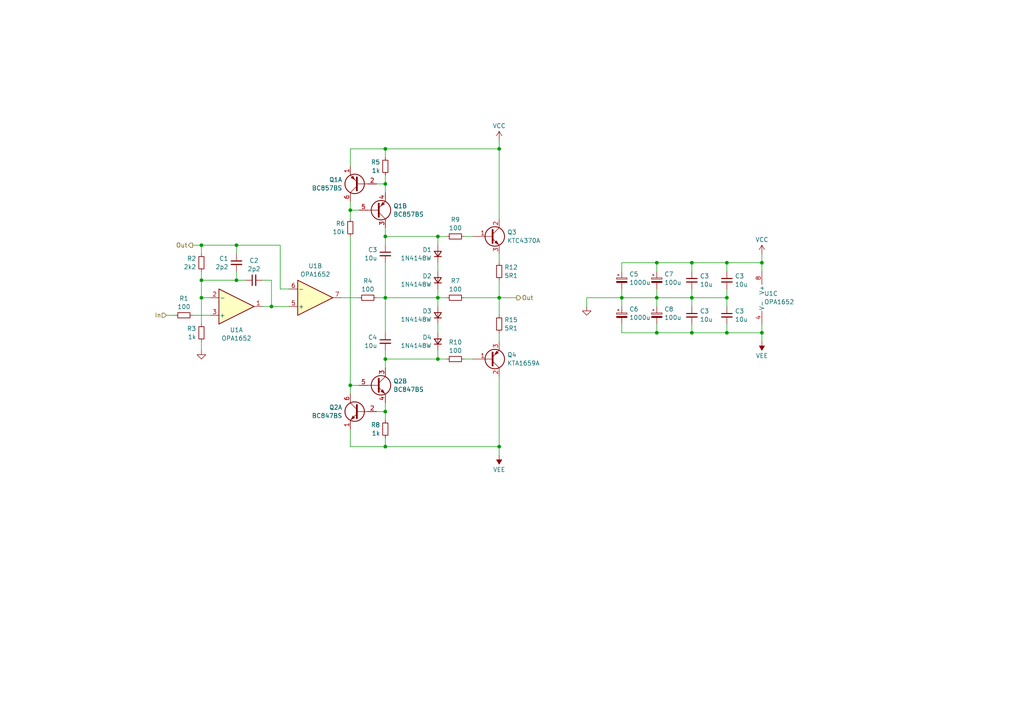
<source format=kicad_sch>
(kicad_sch (version 20230121) (generator eeschema)
  (paper "A4")
  (lib_symbols
    (symbol "Amplifier_Operational:OPA1612AxD" (pin_names (offset 0.127))
      (property "Reference" "U" (at 0 5.08 0))
      (property "Value" "OPA1612AxD" (at 0 -5.08 0))
      (symbol "OPA1612AxD_1_1"
        (polyline (pts (xy -5.08 5.08) (xy 5.08 0) (xy -5.08 -5.08) (xy -5.08 5.08)) (stroke (width 0.254)) (fill (type background)))
        (pin output line (at 7.62 0 180) (length 2.54) (name "~") (number "1"))
        (pin input line (at -7.62 -2.54 0) (length 2.54) (name "-") (number "2"))
        (pin input line (at -7.62 2.54 0) (length 2.54) (name "+") (number "3"))
      )
      (symbol "OPA1612AxD_2_1"
        (polyline (pts (xy -5.08 5.08) (xy 5.08 0) (xy -5.08 -5.08) (xy -5.08 5.08)) (stroke (width 0.254)) (fill (type background)))
        (pin input line (at -7.62 2.54 0) (length 2.54) (name "+") (number "5"))
        (pin input line (at -7.62 -2.54 0) (length 2.54) (name "-") (number "6"))
        (pin output line (at 7.62 0 180) (length 2.54) (name "~") (number "7"))
      )
      (symbol "OPA1612AxD_3_1"
        (pin power_in line (at -2.54 -7.62 90) (length 3.81) (name "V-") (number "4"))
        (pin power_in line (at -2.54 7.62 270) (length 3.81) (name "V+") (number "8"))
      )
    )
    (symbol "Device:C_Polarized_Small" (pin_numbers hide) (pin_names (offset 0.254) hide)
      (property "Reference" "C" (at 0.254 1.778 0))
      (property "Value" "C_Polarized_Small" (at 0.254 -2.032 0))
      (symbol "C_Polarized_Small_0_1"
        (rectangle (start -1.524 -0.3048) (end 1.524 -0.6858) (fill (type outline)))
        (rectangle (start -1.524 0.6858) (end 1.524 0.3048))
        (polyline (pts (xy -1.27 1.524) (xy -0.762 1.524)))
        (polyline (pts (xy -1.016 1.27) (xy -1.016 1.778)))
      )
      (symbol "C_Polarized_Small_1_1"
        (pin passive line (at 0 2.54 270) (length 1.8542) (name "~") (number "1"))
        (pin passive line (at 0 -2.54 90) (length 1.8542) (name "~") (number "2"))
      )
    )
    (symbol "Device:C_Small" (pin_numbers hide) (pin_names (offset 0.254) hide)
      (property "Reference" "C" (at 0.254 1.778 0))
      (property "Value" "C_Small" (at 0.254 -2.032 0))
      (symbol "C_Small_0_1"
        (polyline (pts (xy -1.524 -0.508) (xy 1.524 -0.508)) (stroke (width 0.3302)))
        (polyline (pts (xy -1.524 0.508) (xy 1.524 0.508)) (stroke (width 0.3048)))
      )
      (symbol "C_Small_1_1"
        (pin passive line (at 0 2.54 270) (length 2.032) (name "~") (number "1"))
        (pin passive line (at 0 -2.54 90) (length 2.032) (name "~") (number "2"))
      )
    )
    (symbol "Device:D_Small" (pin_numbers hide) (pin_names (offset 0.254) hide)
      (property "Reference" "D" (at -1.27 2.032 0))
      (property "Value" "D_Small" (at -3.81 -2.032 0))
      (symbol "D_Small_0_1"
        (polyline (pts (xy -0.762 -1.016) (xy -0.762 1.016)) (stroke (width 0.254)))
        (polyline (pts (xy -0.762 0) (xy 0.762 0)))
        (polyline (pts (xy 0.762 -1.016) (xy -0.762 0) (xy 0.762 1.016) (xy 0.762 -1.016)) (stroke (width 0.254)))
      )
      (symbol "D_Small_1_1"
        (pin passive line (at -2.54 0 0) (length 1.778) (name "K") (number "1"))
        (pin passive line (at 2.54 0 180) (length 1.778) (name "A") (number "2"))
      )
    )
    (symbol "Device:Q_NPN_BCE" (pin_names (offset 0) hide)
      (property "Reference" "Q" (at 5.08 1.27 0))
      (property "Value" "Q_NPN_BCE" (at 5.08 -1.27 0))
      (symbol "Q_NPN_BCE_0_1"
        (polyline (pts (xy 0.635 0.635) (xy 2.54 2.54)))
        (polyline (pts (xy 0.635 -0.635) (xy 2.54 -2.54) (xy 2.54 -2.54)))
        (polyline (pts (xy 0.635 1.905) (xy 0.635 -1.905) (xy 0.635 -1.905)) (stroke (width 0.508)))
        (polyline (pts (xy 1.27 -1.778) (xy 1.778 -1.27) (xy 2.286 -2.286) (xy 1.27 -1.778) (xy 1.27 -1.778)) (fill (type outline)))
        (circle (center 1.27 0) (radius 2.8194) (stroke (width 0.254)))
      )
      (symbol "Q_NPN_BCE_1_1"
        (pin input line (at -5.08 0 0) (length 5.715) (name "B") (number "1"))
        (pin passive line (at 2.54 5.08 270) (length 2.54) (name "C") (number "2"))
        (pin passive line (at 2.54 -5.08 90) (length 2.54) (name "E") (number "3"))
      )
    )
    (symbol "Device:Q_PNP_BCE" (pin_names (offset 0) hide)
      (property "Reference" "Q" (at 5.08 1.27 0))
      (property "Value" "Q_PNP_BCE" (at 5.08 -1.27 0))
      (symbol "Q_PNP_BCE_0_1"
        (polyline (pts (xy 0.635 0.635) (xy 2.54 2.54)))
        (polyline (pts (xy 0.635 -0.635) (xy 2.54 -2.54) (xy 2.54 -2.54)))
        (polyline (pts (xy 0.635 1.905) (xy 0.635 -1.905) (xy 0.635 -1.905)) (stroke (width 0.508)))
        (polyline (pts (xy 2.286 -1.778) (xy 1.778 -2.286) (xy 1.27 -1.27) (xy 2.286 -1.778) (xy 2.286 -1.778)) (fill (type outline)))
        (circle (center 1.27 0) (radius 2.8194) (stroke (width 0.254)))
      )
      (symbol "Q_PNP_BCE_1_1"
        (pin input line (at -5.08 0 0) (length 5.715) (name "B") (number "1"))
        (pin passive line (at 2.54 5.08 270) (length 2.54) (name "C") (number "2"))
        (pin passive line (at 2.54 -5.08 90) (length 2.54) (name "E") (number "3"))
      )
    )
    (symbol "Device:R_Small" (pin_numbers hide) (pin_names (offset 0.254) hide)
      (property "Reference" "R" (at 0.762 0.508 0))
      (property "Value" "R_Small" (at 0.762 -1.016 0))
      (symbol "R_Small_0_1"
        (rectangle (start -0.762 1.778) (end 0.762 -1.778) (stroke (width 0.2032)))
      )
      (symbol "R_Small_1_1"
        (pin passive line (at 0 2.54 270) (length 0.762) (name "~") (number "1"))
        (pin passive line (at 0 -2.54 90) (length 0.762) (name "~") (number "2"))
      )
    )
    (symbol "Transistor_BJT:BC847BS" (pin_names (offset 0) hide)
      (property "Reference" "Q" (at 5.08 1.27 0))
      (property "Value" "BC847BS" (at 5.08 -1.27 0))
      (symbol "BC847BS_0_1"
        (polyline (pts (xy 0.635 0) (xy -2.54 0)))
        (polyline (pts (xy 0.635 0.635) (xy 2.54 2.54)))
        (polyline (pts (xy 0.635 -0.635) (xy 2.54 -2.54) (xy 2.54 -2.54)))
        (polyline (pts (xy 0.635 1.905) (xy 0.635 -1.905) (xy 0.635 -1.905)) (stroke (width 0.508)))
        (polyline (pts (xy 1.27 -1.778) (xy 1.778 -1.27) (xy 2.286 -2.286) (xy 1.27 -1.778) (xy 1.27 -1.778)) (fill (type outline)))
        (circle (center 1.27 0) (radius 2.8194) (stroke (width 0.254)))
      )
      (symbol "BC847BS_1_1"
        (pin passive line (at 2.54 -5.08 90) (length 2.54) (name "E1") (number "1"))
        (pin input line (at -5.08 0 0) (length 2.54) (name "B1") (number "2"))
        (pin passive line (at 2.54 5.08 270) (length 2.54) (name "C1") (number "6"))
      )
      (symbol "BC847BS_2_1"
        (pin passive line (at 2.54 5.08 270) (length 2.54) (name "C2") (number "3"))
        (pin passive line (at 2.54 -5.08 90) (length 2.54) (name "E2") (number "4"))
        (pin input line (at -5.08 0 0) (length 2.54) (name "B2") (number "5"))
      )
    )
    (symbol "Transistor_BJT:BC857BS" (pin_names (offset 0) hide)
      (property "Reference" "Q" (at 5.08 1.27 0))
      (property "Value" "BC857BS" (at 5.08 -1.27 0))
      (symbol "BC857BS_0_1"
        (polyline (pts (xy 0.635 0) (xy -2.54 0)))
        (polyline (pts (xy 0.635 0.635) (xy 2.54 2.54)))
        (polyline (pts (xy 0.635 -0.635) (xy 2.54 -2.54) (xy 2.54 -2.54)))
        (polyline (pts (xy 0.635 1.905) (xy 0.635 -1.905) (xy 0.635 -1.905)) (stroke (width 0.508)))
        (polyline (pts (xy 2.286 -1.778) (xy 1.778 -2.286) (xy 1.27 -1.27) (xy 2.286 -1.778) (xy 2.286 -1.778)) (fill (type outline)))
        (circle (center 1.27 0) (radius 2.8194) (stroke (width 0.254)))
      )
      (symbol "BC857BS_1_1"
        (pin passive line (at 2.54 -5.08 90) (length 2.54) (name "E1") (number "1"))
        (pin input line (at -5.08 0 0) (length 2.54) (name "B1") (number "2"))
        (pin passive line (at 2.54 5.08 270) (length 2.54) (name "C1") (number "6"))
      )
      (symbol "BC857BS_2_1"
        (pin passive line (at 2.54 5.08 270) (length 2.54) (name "C2") (number "3"))
        (pin passive line (at 2.54 -5.08 90) (length 2.54) (name "E2") (number "4"))
        (pin input line (at -5.08 0 0) (length 2.54) (name "B2") (number "5"))
      )
    )
    (symbol "power:GND" (power) (pin_names (offset 0))
      (property "Value" "GND" (at 0 -3.81 0))
      (symbol "GND_0_1"
        (polyline (pts (xy 0 0) (xy 0 -1.27) (xy 1.27 -1.27) (xy 0 -2.54) (xy -1.27 -1.27) (xy 0 -1.27)))
      )
      (symbol "GND_1_1"
        (pin power_in line (at 0 0 270) (length 0) hide (name "GND") (number "1"))
      )
    )
    (symbol "power:VCC" (power) (pin_names (offset 0))
      (property "Value" "VCC" (at 0 3.81 0))
      (symbol "VCC_0_1"
        (polyline (pts (xy -0.762 1.27) (xy 0 2.54)))
        (polyline (pts (xy 0 0) (xy 0 2.54)))
        (polyline (pts (xy 0 2.54) (xy 0.762 1.27)))
      )
      (symbol "VCC_1_1"
        (pin power_in line (at 0 0 90) (length 0) hide (name "VCC") (number "1"))
      )
    )
    (symbol "power:VEE" (power) (pin_names (offset 0))
      (property "Value" "VEE" (at 0 3.81 0))
      (symbol "VEE_0_1"
        (polyline (pts (xy 0 0) (xy 0 2.54)))
        (polyline (pts (xy 0.762 1.27) (xy -0.762 1.27) (xy 0 2.54) (xy 0.762 1.27)) (fill (type outline)))
      )
      (symbol "VEE_1_1"
        (pin power_in line (at 0 0 90) (length 0) hide (name "VEE") (number "1"))
      )
    )
  )
  (junction (at 127 86.36))
  (junction (at 127 104.14))
  (junction (at 78.74 88.9))
  (junction (at 111.76 104.14))
  (junction (at 111.76 129.54))
  (junction (at 210.82 96.52))
  (junction (at 200.66 86.36))
  (junction (at 220.98 96.52))
  (junction (at 127 68.58))
  (junction (at 190.5 96.52))
  (junction (at 200.66 76.2))
  (junction (at 220.98 76.2))
  (junction (at 190.5 86.36))
  (junction (at 58.42 86.36))
  (junction (at 111.76 86.36))
  (junction (at 111.76 43.18))
  (junction (at 144.78 86.36))
  (junction (at 144.78 129.54))
  (junction (at 144.78 43.18))
  (junction (at 101.6 60.96))
  (junction (at 68.58 81.28))
  (junction (at 111.76 119.38))
  (junction (at 111.76 53.34))
  (junction (at 101.6 111.76))
  (junction (at 200.66 96.52))
  (junction (at 68.58 71.12))
  (junction (at 58.42 71.12))
  (junction (at 58.42 81.28))
  (junction (at 210.82 86.36))
  (junction (at 210.82 76.2))
  (junction (at 111.76 68.58))
  (junction (at 180.34 86.36))
  (junction (at 190.5 76.2))
  (wire (pts (xy 210.82 76.2) (xy 200.66 76.2)))
  (wire (pts (xy 180.34 76.2) (xy 190.5 76.2)))
  (wire (pts (xy 180.34 86.36) (xy 190.5 86.36)))
  (wire (pts (xy 111.76 104.14) (xy 111.76 106.68)))
  (wire (pts (xy 76.2 81.28) (xy 78.74 81.28)))
  (wire (pts (xy 144.78 109.22) (xy 144.78 129.54)))
  (wire (pts (xy 210.82 96.52) (xy 220.98 96.52)))
  (wire (pts (xy 104.14 111.76) (xy 101.6 111.76)))
  (wire (pts (xy 111.76 119.38) (xy 111.76 121.92)))
  (wire (pts (xy 137.16 104.14) (xy 134.62 104.14)))
  (wire (pts (xy 190.5 76.2) (xy 190.5 78.74)))
  (wire (pts (xy 220.98 73.66) (xy 220.98 76.2)))
  (wire (pts (xy 190.5 93.98) (xy 190.5 96.52)))
  (wire (pts (xy 144.78 86.36) (xy 149.86 86.36)))
  (wire (pts (xy 81.28 83.82) (xy 81.28 71.12)))
  (wire (pts (xy 58.42 86.36) (xy 60.96 86.36)))
  (wire (pts (xy 144.78 86.36) (xy 134.62 86.36)))
  (wire (pts (xy 180.34 96.52) (xy 190.5 96.52)))
  (wire (pts (xy 127 104.14) (xy 127 101.6)))
  (wire (pts (xy 170.18 86.36) (xy 180.34 86.36)))
  (wire (pts (xy 144.78 129.54) (xy 111.76 129.54)))
  (wire (pts (xy 144.78 73.66) (xy 144.78 76.2)))
  (wire (pts (xy 101.6 111.76) (xy 101.6 114.3)))
  (wire (pts (xy 111.76 68.58) (xy 111.76 71.12)))
  (wire (pts (xy 144.78 63.5) (xy 144.78 43.18)))
  (wire (pts (xy 190.5 96.52) (xy 200.66 96.52)))
  (wire (pts (xy 190.5 86.36) (xy 200.66 86.36)))
  (wire (pts (xy 220.98 76.2) (xy 210.82 76.2)))
  (wire (pts (xy 104.14 86.36) (xy 99.06 86.36)))
  (wire (pts (xy 210.82 86.36) (xy 210.82 88.9)))
  (wire (pts (xy 111.76 86.36) (xy 111.76 96.52)))
  (wire (pts (xy 101.6 124.46) (xy 101.6 129.54)))
  (wire (pts (xy 111.76 66.04) (xy 111.76 68.58)))
  (wire (pts (xy 58.42 101.6) (xy 58.42 99.06)))
  (wire (pts (xy 78.74 81.28) (xy 78.74 88.9)))
  (wire (pts (xy 101.6 58.42) (xy 101.6 60.96)))
  (wire (pts (xy 111.76 104.14) (xy 127 104.14)))
  (wire (pts (xy 127 86.36) (xy 127 88.9)))
  (wire (pts (xy 200.66 76.2) (xy 200.66 78.74)))
  (wire (pts (xy 111.76 43.18) (xy 111.76 45.72)))
  (wire (pts (xy 210.82 93.98) (xy 210.82 96.52)))
  (wire (pts (xy 68.58 71.12) (xy 58.42 71.12)))
  (wire (pts (xy 55.88 71.12) (xy 58.42 71.12)))
  (wire (pts (xy 127 68.58) (xy 129.54 68.58)))
  (wire (pts (xy 144.78 43.18) (xy 111.76 43.18)))
  (wire (pts (xy 200.66 86.36) (xy 210.82 86.36)))
  (wire (pts (xy 111.76 68.58) (xy 127 68.58)))
  (wire (pts (xy 144.78 81.28) (xy 144.78 86.36)))
  (wire (pts (xy 210.82 83.82) (xy 210.82 86.36)))
  (wire (pts (xy 200.66 86.36) (xy 200.66 88.9)))
  (wire (pts (xy 220.98 96.52) (xy 220.98 93.98)))
  (wire (pts (xy 55.88 91.44) (xy 60.96 91.44)))
  (wire (pts (xy 127 86.36) (xy 129.54 86.36)))
  (wire (pts (xy 200.66 96.52) (xy 210.82 96.52)))
  (wire (pts (xy 180.34 76.2) (xy 180.34 78.74)))
  (wire (pts (xy 111.76 50.8) (xy 111.76 53.34)))
  (wire (pts (xy 111.76 129.54) (xy 111.76 127)))
  (wire (pts (xy 127 86.36) (xy 127 83.82)))
  (wire (pts (xy 210.82 76.2) (xy 210.82 78.74)))
  (wire (pts (xy 83.82 83.82) (xy 81.28 83.82)))
  (wire (pts (xy 68.58 78.74) (xy 68.58 81.28)))
  (wire (pts (xy 111.76 86.36) (xy 127 86.36)))
  (wire (pts (xy 101.6 60.96) (xy 101.6 63.5)))
  (wire (pts (xy 127 76.2) (xy 127 78.74)))
  (wire (pts (xy 170.18 86.36) (xy 170.18 88.9)))
  (wire (pts (xy 68.58 73.66) (xy 68.58 71.12)))
  (wire (pts (xy 190.5 83.82) (xy 190.5 86.36)))
  (wire (pts (xy 180.34 93.98) (xy 180.34 96.52)))
  (wire (pts (xy 127 93.98) (xy 127 96.52)))
  (wire (pts (xy 200.66 93.98) (xy 200.66 96.52)))
  (wire (pts (xy 200.66 76.2) (xy 190.5 76.2)))
  (wire (pts (xy 127 104.14) (xy 129.54 104.14)))
  (wire (pts (xy 111.76 119.38) (xy 109.22 119.38)))
  (wire (pts (xy 81.28 71.12) (xy 68.58 71.12)))
  (wire (pts (xy 68.58 81.28) (xy 58.42 81.28)))
  (wire (pts (xy 101.6 129.54) (xy 111.76 129.54)))
  (wire (pts (xy 127 68.58) (xy 127 71.12)))
  (wire (pts (xy 180.34 83.82) (xy 180.34 86.36)))
  (wire (pts (xy 190.5 86.36) (xy 190.5 88.9)))
  (wire (pts (xy 48.26 91.44) (xy 50.8 91.44)))
  (wire (pts (xy 101.6 43.18) (xy 111.76 43.18)))
  (wire (pts (xy 58.42 81.28) (xy 58.42 86.36)))
  (wire (pts (xy 76.2 88.9) (xy 78.74 88.9)))
  (wire (pts (xy 101.6 68.58) (xy 101.6 111.76)))
  (wire (pts (xy 144.78 129.54) (xy 144.78 132.08)))
  (wire (pts (xy 220.98 78.74) (xy 220.98 76.2)))
  (wire (pts (xy 180.34 86.36) (xy 180.34 88.9)))
  (wire (pts (xy 58.42 71.12) (xy 58.42 73.66)))
  (wire (pts (xy 111.76 53.34) (xy 109.22 53.34)))
  (wire (pts (xy 109.22 86.36) (xy 111.76 86.36)))
  (wire (pts (xy 111.76 76.2) (xy 111.76 86.36)))
  (wire (pts (xy 101.6 60.96) (xy 104.14 60.96)))
  (wire (pts (xy 200.66 83.82) (xy 200.66 86.36)))
  (wire (pts (xy 111.76 101.6) (xy 111.76 104.14)))
  (wire (pts (xy 68.58 81.28) (xy 71.12 81.28)))
  (wire (pts (xy 58.42 78.74) (xy 58.42 81.28)))
  (wire (pts (xy 111.76 55.88) (xy 111.76 53.34)))
  (wire (pts (xy 144.78 40.64) (xy 144.78 43.18)))
  (wire (pts (xy 101.6 48.26) (xy 101.6 43.18)))
  (wire (pts (xy 111.76 116.84) (xy 111.76 119.38)))
  (wire (pts (xy 78.74 88.9) (xy 83.82 88.9)))
  (wire (pts (xy 220.98 96.52) (xy 220.98 99.06)))
  (wire (pts (xy 137.16 68.58) (xy 134.62 68.58)))
  (wire (pts (xy 144.78 96.52) (xy 144.78 99.06)))
  (wire (pts (xy 144.78 86.36) (xy 144.78 91.44)))
  (wire (pts (xy 58.42 86.36) (xy 58.42 93.98)))
  (hierarchical_label "Out" (shape output) (at 55.88 71.12 180))
  (hierarchical_label "In" (shape input) (at 48.26 91.44 180))
  (hierarchical_label "Out" (shape output) (at 149.86 86.36 0))
  (symbol (lib_id "Device:R_Small") (at 58.42 96.52 0) (mirror y) (unit 1)
    (property "Reference" "R3" (at 56.9215 95.3079 0) (effects (justify left)))
    (property "Value" "1k" (at 56.9215 97.7321 0) (effects (justify left)))
    (instances (project "Mirza" (path "" (reference "R3") (unit 1)) (path "" (reference "R3") (unit 1)) (path "" (reference "R15") (unit 1))))
  )
  (symbol (lib_id "Transistor_BJT:BC847BS") (at 109.22 111.76 0) (unit 2)
    (property "Reference" "Q2" (at 114.0714 110.5479 0) (effects (justify left)))
    (property "Value" "BC847BS" (at 114.0714 112.9721 0) (effects (justify left)))
    (property "Footprint" "Ariamelon-Package:SOT-363_SC-70-6" (effects hide))
    (property "Datasheet" "https://assets.nexperia.com/documents/data-sheet/BC847BS.pdf" (effects hide))
    (instances (project "Mirza" (path "" (reference "Q2") (unit 2)) (path "" (reference "Q2") (unit 2)) (path "" (reference "Q6") (unit 2))))
  )
  (symbol (lib_id "power:VCC") (at 220.98 73.66 0) (unit 1)
    (property "Reference" "#PWR05" (effects hide))
    (property "Value" "VCC" (at 220.98 69.5269 0))
    (instances (project "Mirza" (path "" (reference "#PWR05") (unit 1)) (path "" (reference "#PWR011") (unit 1))))
  )
  (symbol (lib_id "Device:C_Small") (at 111.76 99.06 0) (unit 1)
    (property "Reference" "C4" (at 109.4359 97.8542 0) (effects (justify right)))
    (property "Value" "10u" (at 109.4359 100.2784 0) (effects (justify right)))
    (instances (project "Mirza" (path "" (reference "C4") (unit 1)) (path "" (reference "C4") (unit 1)) (path "" (reference "C16") (unit 1))))
  )
  (symbol (lib_id "Amplifier_Operational:OPA1612AxD") (at 223.52 86.36 0) (unit 3)
    (property "Reference" "U1" (at 221.615 85.1479 0) (effects (justify left)))
    (property "Value" "OPA1652" (at 221.615 87.5721 0) (effects (justify left)))
    (property "Datasheet" "http://www.ti.com/lit/ds/symlink/opa1612.pdf" (effects hide))
    (instances (project "Mirza" (path "" (reference "U1") (unit 3)) (path "" (reference "U1") (unit 3)) (path "" (reference "U2") (unit 3))))
  )
  (symbol (lib_id "power:VEE") (at 144.78 132.08 180) (unit 1)
    (property "Reference" "#PWR03" (effects hide))
    (property "Value" "VEE" (at 144.78 136.2131 0))
    (instances (project "Mirza" (path "" (reference "#PWR03") (unit 1)) (path "" (reference "#PWR09") (unit 1))))
  )
  (symbol (lib_id "Device:C_Polarized_Small") (at 180.34 81.28 0) (unit 1)
    (property "Reference" "C5" (at 182.499 79.5218 0) (effects (justify left)))
    (property "Value" "1000u" (at 182.499 81.946 0) (effects (justify left)))
    (instances (project "Mirza" (path "" (reference "C5") (unit 1)) (path "" (reference "C17") (unit 1))))
  )
  (symbol (lib_id "Device:C_Polarized_Small") (at 180.34 91.44 0) (unit 1)
    (property "Reference" "C6" (at 182.499 89.6818 0) (effects (justify left)))
    (property "Value" "1000u" (at 182.499 92.106 0) (effects (justify left)))
    (instances (project "Mirza" (path "" (reference "C6") (unit 1)) (path "" (reference "C18") (unit 1))))
  )
  (symbol (lib_id "Transistor_BJT:BC847BS") (at 104.14 119.38 0) (mirror y) (unit 1)
    (property "Reference" "Q2" (at 99.2886 118.1679 0) (effects (justify left)))
    (property "Value" "BC847BS" (at 99.2886 120.5921 0) (effects (justify left)))
    (property "Footprint" "Ariamelon-Package:SOT-363_SC-70-6" (effects hide))
    (property "Datasheet" "https://assets.nexperia.com/documents/data-sheet/BC847BS.pdf" (effects hide))
    (instances (project "Mirza" (path "" (reference "Q2") (unit 1)) (path "" (reference "Q2") (unit 1)) (path "" (reference "Q6") (unit 1))))
  )
  (symbol (lib_id "Device:R_Small") (at 132.08 68.58 90) (unit 1)
    (property "Reference" "R9" (at 132.08 63.6991 90))
    (property "Value" "100" (at 132.08 66.1233 90))
    (instances (project "Mirza" (path "" (reference "R9") (unit 1)) (path "" (reference "R9") (unit 1)) (path "" (reference "R21") (unit 1))))
  )
  (symbol (lib_id "Device:C_Small") (at 210.82 81.28 0) (mirror y) (unit 1)
    (property "Reference" "C3" (at 213.1441 80.0742 0) (effects (justify right)))
    (property "Value" "10u" (at 213.1441 82.4984 0) (effects (justify right)))
    (instances (project "Mirza" (path "" (reference "C3") (unit 1)) (path "" (reference "C11") (unit 1)) (path "" (reference "C23") (unit 1))))
  )
  (symbol (lib_id "Device:R_Small") (at 101.6 66.04 0) (mirror x) (unit 1)
    (property "Reference" "R6" (at 100.1014 64.8279 0) (effects (justify right)))
    (property "Value" "10k" (at 100.1014 67.2521 0) (effects (justify right)))
    (instances (project "Mirza" (path "" (reference "R6") (unit 1)) (path "" (reference "R4") (unit 1)) (path "" (reference "R16") (unit 1))))
  )
  (symbol (lib_id "Device:R_Small") (at 53.34 91.44 90) (unit 1)
    (property "Reference" "R1" (at 53.34 86.5591 90))
    (property "Value" "100" (at 53.34 88.9833 90))
    (instances (project "Mirza" (path "" (reference "R1") (unit 1)) (path "" (reference "R1") (unit 1)) (path "" (reference "R13") (unit 1))))
  )
  (symbol (lib_id "Device:R_Small") (at 58.42 76.2 0) (mirror x) (unit 1)
    (property "Reference" "R2" (at 56.9215 74.9879 0) (effects (justify right)))
    (property "Value" "2k2" (at 56.9215 77.4121 0) (effects (justify right)))
    (instances (project "Mirza" (path "" (reference "R2") (unit 1)) (path "" (reference "R2") (unit 1)) (path "" (reference "R14") (unit 1))))
  )
  (symbol (lib_id "Device:C_Polarized_Small") (at 190.5 81.28 0) (unit 1)
    (property "Reference" "C7" (at 192.659 79.5218 0) (effects (justify left)))
    (property "Value" "100u" (at 192.659 81.946 0) (effects (justify left)))
    (instances (project "Mirza" (path "" (reference "C7") (unit 1)) (path "" (reference "C19") (unit 1))))
  )
  (symbol (lib_id "Device:C_Polarized_Small") (at 190.5 91.44 0) (unit 1)
    (property "Reference" "C8" (at 192.659 89.6818 0) (effects (justify left)))
    (property "Value" "100u" (at 192.659 92.106 0) (effects (justify left)))
    (instances (project "Mirza" (path "" (reference "C8") (unit 1)) (path "" (reference "C20") (unit 1))))
  )
  (symbol (lib_id "Device:D_Small") (at 127 73.66 270) (mirror x) (unit 1)
    (property "Reference" "D1" (at 125.222 72.4479 90) (effects (justify right)))
    (property "Value" "1N4148W" (at 125.222 74.8721 90) (effects (justify right)))
    (property "Sim.Device" "D" (effects hide))
    (property "Sim.Pins" "1=K 2=A" (effects hide))
    (instances (project "Mirza" (path "" (reference "D1") (unit 1)) (path "" (reference "D1") (unit 1)) (path "" (reference "D5") (unit 1))))
  )
  (symbol (lib_id "Device:Q_NPN_BCE") (at 142.24 68.58 0) (unit 1)
    (property "Reference" "Q3" (at 147.0914 67.3679 0) (effects (justify left)))
    (property "Value" "KTC4370A" (at 147.0914 69.7921 0) (effects (justify left)))
    (property "Footprint" "Package_TO_SOT_THT:TO-220-3_Vertical" (effects hide))
    (instances (project "Mirza" (path "" (reference "Q3") (unit 1)) (path "" (reference "Q7") (unit 1))))
  )
  (symbol (lib_id "Device:R_Small") (at 111.76 124.46 0) (mirror y) (unit 1)
    (property "Reference" "R8" (at 110.2614 123.2479 0) (effects (justify left)))
    (property "Value" "1k" (at 110.2614 125.6721 0) (effects (justify left)))
    (instances (project "Mirza" (path "" (reference "R8") (unit 1)) (path "" (reference "R7") (unit 1)) (path "" (reference "R19") (unit 1))))
  )
  (symbol (lib_id "Device:C_Small") (at 200.66 91.44 0) (mirror y) (unit 1)
    (property "Reference" "C3" (at 202.9841 90.2342 0) (effects (justify right)))
    (property "Value" "10u" (at 202.9841 92.6584 0) (effects (justify right)))
    (instances (project "Mirza" (path "" (reference "C3") (unit 1)) (path "" (reference "C10") (unit 1)) (path "" (reference "C22") (unit 1))))
  )
  (symbol (lib_id "Transistor_BJT:BC857BS") (at 104.14 53.34 180) (unit 1)
    (property "Reference" "Q1" (at 99.2886 52.1279 0) (effects (justify left)))
    (property "Value" "BC857BS" (at 99.2886 54.5521 0) (effects (justify left)))
    (property "Footprint" "Ariamelon-Package:SOT-363_SC-70-6" (effects hide))
    (property "Datasheet" "https://assets.nexperia.com/documents/data-sheet/BC857BS.pdf" (effects hide))
    (instances (project "Mirza" (path "" (reference "Q1") (unit 1)) (path "" (reference "Q1") (unit 1)) (path "" (reference "Q5") (unit 1))))
  )
  (symbol (lib_id "Device:C_Small") (at 73.66 81.28 90) (mirror x) (unit 1)
    (property "Reference" "C2" (at 73.6663 75.5736 90))
    (property "Value" "2p2" (at 73.6663 77.9978 90))
    (instances (project "Mirza" (path "" (reference "C2") (unit 1)) (path "" (reference "C2") (unit 1)) (path "" (reference "C14") (unit 1))))
  )
  (symbol (lib_id "power:GND") (at 170.18 88.9 0) (unit 1)
    (property "Reference" "#PWR01" (effects hide))
    (property "Value" "GND" (effects hide))
    (instances (project "Mirza" (path "" (reference "#PWR01") (unit 1)) (path "" (reference "#PWR04") (unit 1)) (path "" (reference "#PWR010") (unit 1))))
  )
  (symbol (lib_id "Amplifier_Operational:OPA1612AxD") (at 68.58 88.9 0) (mirror x) (unit 1)
    (property "Reference" "U1" (at 68.58 95.7001 0))
    (property "Value" "OPA1652" (at 68.58 98.1243 0))
    (property "Datasheet" "http://www.ti.com/lit/ds/symlink/opa1612.pdf" (effects hide))
    (instances (project "Mirza" (path "" (reference "U1") (unit 1)) (path "" (reference "U1") (unit 1)) (path "" (reference "U2") (unit 1))))
  )
  (symbol (lib_id "Device:R_Small") (at 106.68 86.36 90) (unit 1)
    (property "Reference" "R4" (at 106.68 81.4791 90))
    (property "Value" "100" (at 106.68 83.9033 90))
    (instances (project "Mirza" (path "" (reference "R4") (unit 1)) (path "" (reference "R5") (unit 1)) (path "" (reference "R17") (unit 1))))
  )
  (symbol (lib_id "Device:R_Small") (at 132.08 86.36 90) (unit 1)
    (property "Reference" "R7" (at 132.08 81.4791 90))
    (property "Value" "100" (at 132.08 83.9033 90))
    (instances (project "Mirza" (path "" (reference "R7") (unit 1)) (path "" (reference "R8") (unit 1)) (path "" (reference "R20") (unit 1))))
  )
  (symbol (lib_id "Device:D_Small") (at 127 91.44 270) (mirror x) (unit 1)
    (property "Reference" "D3" (at 125.222 90.2279 90) (effects (justify right)))
    (property "Value" "1N4148W" (at 125.222 92.6521 90) (effects (justify right)))
    (property "Sim.Device" "D" (effects hide))
    (property "Sim.Pins" "1=K 2=A" (effects hide))
    (instances (project "Mirza" (path "" (reference "D3") (unit 1)) (path "" (reference "D3") (unit 1)) (path "" (reference "D7") (unit 1))))
  )
  (symbol (lib_id "Device:R_Small") (at 111.76 48.26 0) (mirror y) (unit 1)
    (property "Reference" "R5" (at 110.2614 47.0479 0) (effects (justify left)))
    (property "Value" "1k" (at 110.2614 49.4721 0) (effects (justify left)))
    (instances (project "Mirza" (path "" (reference "R5") (unit 1)) (path "" (reference "R6") (unit 1)) (path "" (reference "R18") (unit 1))))
  )
  (symbol (lib_id "Device:D_Small") (at 127 99.06 270) (mirror x) (unit 1)
    (property "Reference" "D4" (at 125.222 97.8479 90) (effects (justify right)))
    (property "Value" "1N4148W" (at 125.222 100.2721 90) (effects (justify right)))
    (property "Sim.Device" "D" (effects hide))
    (property "Sim.Pins" "1=K 2=A" (effects hide))
    (instances (project "Mirza" (path "" (reference "D4") (unit 1)) (path "" (reference "D4") (unit 1)) (path "" (reference "D8") (unit 1))))
  )
  (symbol (lib_id "power:VEE") (at 220.98 99.06 180) (unit 1)
    (property "Reference" "#PWR06" (effects hide))
    (property "Value" "VEE" (at 220.98 103.1931 0))
    (instances (project "Mirza" (path "" (reference "#PWR06") (unit 1)) (path "" (reference "#PWR012") (unit 1))))
  )
  (symbol (lib_id "Transistor_BJT:BC857BS") (at 109.22 60.96 0) (mirror x) (unit 2)
    (property "Reference" "Q1" (at 114.0714 59.7479 0) (effects (justify left)))
    (property "Value" "BC857BS" (at 114.0714 62.1721 0) (effects (justify left)))
    (property "Footprint" "Ariamelon-Package:SOT-363_SC-70-6" (effects hide))
    (property "Datasheet" "https://assets.nexperia.com/documents/data-sheet/BC857BS.pdf" (effects hide))
    (instances (project "Mirza" (path "" (reference "Q1") (unit 2)) (path "" (reference "Q1") (unit 2)) (path "" (reference "Q5") (unit 2))))
  )
  (symbol (lib_id "Device:Q_PNP_BCE") (at 142.24 104.14 0) (mirror x) (unit 1)
    (property "Reference" "Q4" (at 147.0914 102.9279 0) (effects (justify left)))
    (property "Value" "KTA1659A" (at 147.0914 105.3521 0) (effects (justify left)))
    (property "Footprint" "Package_TO_SOT_THT:TO-220-3_Vertical" (effects hide))
    (instances (project "Mirza" (path "" (reference "Q4") (unit 1)) (path "" (reference "Q8") (unit 1))))
  )
  (symbol (lib_id "power:VCC") (at 144.78 40.64 0) (unit 1)
    (property "Reference" "#PWR02" (effects hide))
    (property "Value" "VCC" (at 144.78 36.5069 0))
    (instances (project "Mirza" (path "" (reference "#PWR02") (unit 1)) (path "" (reference "#PWR08") (unit 1))))
  )
  (symbol (lib_id "Device:C_Small") (at 200.66 81.28 0) (mirror y) (unit 1)
    (property "Reference" "C3" (at 202.9841 80.0742 0) (effects (justify right)))
    (property "Value" "10u" (at 202.9841 82.4984 0) (effects (justify right)))
    (instances (project "Mirza" (path "" (reference "C3") (unit 1)) (path "" (reference "C9") (unit 1)) (path "" (reference "C21") (unit 1))))
  )
  (symbol (lib_id "Device:D_Small") (at 127 81.28 270) (mirror x) (unit 1)
    (property "Reference" "D2" (at 125.222 80.0679 90) (effects (justify right)))
    (property "Value" "1N4148W" (at 125.222 82.4921 90) (effects (justify right)))
    (property "Sim.Device" "D" (effects hide))
    (property "Sim.Pins" "1=K 2=A" (effects hide))
    (instances (project "Mirza" (path "" (reference "D2") (unit 1)) (path "" (reference "D2") (unit 1)) (path "" (reference "D6") (unit 1))))
  )
  (symbol (lib_id "Device:R_Small") (at 144.78 78.74 180) (unit 1)
    (property "Reference" "R12" (at 146.2786 77.5279 0) (effects (justify right)))
    (property "Value" "5R1" (at 146.2786 79.9521 0) (effects (justify right)))
    (instances (project "Mirza" (path "" (reference "R12") (unit 1)) (path "" (reference "R11") (unit 1)) (path "" (reference "R23") (unit 1))))
  )
  (symbol (lib_id "Device:R_Small") (at 144.78 93.98 180) (unit 1)
    (property "Reference" "R15" (at 146.2786 92.7679 0) (effects (justify right)))
    (property "Value" "5R1" (at 146.2786 95.1921 0) (effects (justify right)))
    (instances (project "Mirza" (path "" (reference "R15") (unit 1)) (path "" (reference "R12") (unit 1)) (path "" (reference "R24") (unit 1))))
  )
  (symbol (lib_id "Device:C_Small") (at 210.82 91.44 0) (mirror y) (unit 1)
    (property "Reference" "C3" (at 213.1441 90.2342 0) (effects (justify right)))
    (property "Value" "10u" (at 213.1441 92.6584 0) (effects (justify right)))
    (instances (project "Mirza" (path "" (reference "C3") (unit 1)) (path "" (reference "C12") (unit 1)) (path "" (reference "C24") (unit 1))))
  )
  (symbol (lib_id "Amplifier_Operational:OPA1612AxD") (at 91.44 86.36 0) (mirror x) (unit 2)
    (property "Reference" "U1" (at 91.44 77.1357 0))
    (property "Value" "OPA1652" (at 91.44 79.5599 0))
    (property "Datasheet" "http://www.ti.com/lit/ds/symlink/opa1612.pdf" (effects hide))
    (instances (project "Mirza" (path "" (reference "U1") (unit 2)) (path "" (reference "U1") (unit 2)) (path "" (reference "U2") (unit 2))))
  )
  (symbol (lib_id "Device:R_Small") (at 132.08 104.14 90) (unit 1)
    (property "Reference" "R10" (at 132.08 99.2591 90))
    (property "Value" "100" (at 132.08 101.6833 90))
    (instances (project "Mirza" (path "" (reference "R10") (unit 1)) (path "" (reference "R10") (unit 1)) (path "" (reference "R22") (unit 1))))
  )
  (symbol (lib_id "Device:C_Small") (at 68.58 76.2 0) (unit 1)
    (property "Reference" "C1" (at 66.2559 74.9942 0) (effects (justify right)))
    (property "Value" "2p2" (at 66.2559 77.4184 0) (effects (justify right)))
    (instances (project "Mirza" (path "" (reference "C1") (unit 1)) (path "" (reference "C1") (unit 1)) (path "" (reference "C13") (unit 1))))
  )
  (symbol (lib_id "power:GND") (at 58.42 101.6 0) (unit 1)
    (property "Reference" "#PWR01" (effects hide))
    (property "Value" "GND" (effects hide))
    (instances (project "Mirza" (path "" (reference "#PWR01") (unit 1)) (path "" (reference "#PWR01") (unit 1)) (path "" (reference "#PWR07") (unit 1))))
  )
  (symbol (lib_id "Device:C_Small") (at 111.76 73.66 0) (unit 1)
    (property "Reference" "C3" (at 109.4359 72.4542 0) (effects (justify right)))
    (property "Value" "10u" (at 109.4359 74.8784 0) (effects (justify right)))
    (instances (project "Mirza" (path "" (reference "C3") (unit 1)) (path "" (reference "C3") (unit 1)) (path "" (reference "C15") (unit 1))))
  )
)
</source>
